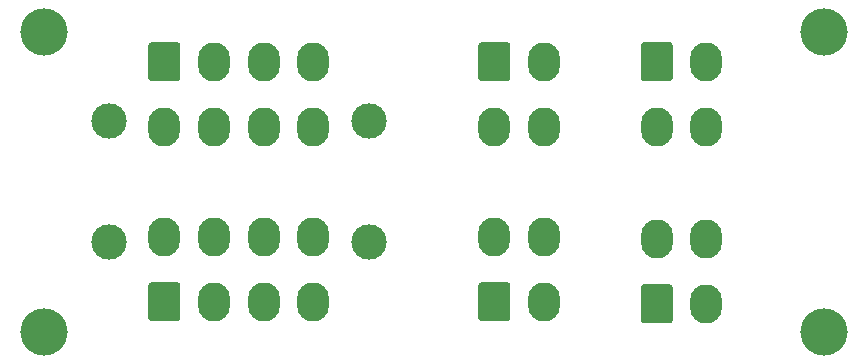
<source format=gbr>
%TF.GenerationSoftware,KiCad,Pcbnew,(5.1.9)-1*%
%TF.CreationDate,2021-11-13T17:29:38-07:00*%
%TF.ProjectId,ABSIS_Bulkhead_Connector,41425349-535f-4427-956c-6b686561645f,rev?*%
%TF.SameCoordinates,Original*%
%TF.FileFunction,Soldermask,Bot*%
%TF.FilePolarity,Negative*%
%FSLAX46Y46*%
G04 Gerber Fmt 4.6, Leading zero omitted, Abs format (unit mm)*
G04 Created by KiCad (PCBNEW (5.1.9)-1) date 2021-11-13 17:29:38*
%MOMM*%
%LPD*%
G01*
G04 APERTURE LIST*
%ADD10O,2.700000X3.300000*%
%ADD11C,3.000000*%
%ADD12C,4.000000*%
G04 APERTURE END LIST*
D10*
%TO.C,J6*%
X160200000Y-78500000D03*
X156000000Y-78500000D03*
X160200000Y-84000000D03*
G36*
G01*
X154650000Y-85399999D02*
X154650000Y-82600001D01*
G75*
G02*
X154900001Y-82350000I250001J0D01*
G01*
X157099999Y-82350000D01*
G75*
G02*
X157350000Y-82600001I0J-250001D01*
G01*
X157350000Y-85399999D01*
G75*
G02*
X157099999Y-85650000I-250001J0D01*
G01*
X154900001Y-85650000D01*
G75*
G02*
X154650000Y-85399999I0J250001D01*
G01*
G37*
%TD*%
%TO.C,J5*%
X160200000Y-69000000D03*
X156000000Y-69000000D03*
X160200000Y-63500000D03*
G36*
G01*
X154650000Y-64899999D02*
X154650000Y-62100001D01*
G75*
G02*
X154900001Y-61850000I250001J0D01*
G01*
X157099999Y-61850000D01*
G75*
G02*
X157350000Y-62100001I0J-250001D01*
G01*
X157350000Y-64899999D01*
G75*
G02*
X157099999Y-65150000I-250001J0D01*
G01*
X154900001Y-65150000D01*
G75*
G02*
X154650000Y-64899999I0J250001D01*
G01*
G37*
%TD*%
%TO.C,J4*%
X146440000Y-78320000D03*
X142240000Y-78320000D03*
X146440000Y-83820000D03*
G36*
G01*
X140890000Y-85219999D02*
X140890000Y-82420001D01*
G75*
G02*
X141140001Y-82170000I250001J0D01*
G01*
X143339999Y-82170000D01*
G75*
G02*
X143590000Y-82420001I0J-250001D01*
G01*
X143590000Y-85219999D01*
G75*
G02*
X143339999Y-85470000I-250001J0D01*
G01*
X141140001Y-85470000D01*
G75*
G02*
X140890000Y-85219999I0J250001D01*
G01*
G37*
%TD*%
D11*
%TO.C,J3*%
X131600000Y-78780000D03*
X109600000Y-78780000D03*
D10*
X126900000Y-78320000D03*
X122700000Y-78320000D03*
X118500000Y-78320000D03*
X114300000Y-78320000D03*
X126900000Y-83820000D03*
X122700000Y-83820000D03*
X118500000Y-83820000D03*
G36*
G01*
X112950000Y-85219999D02*
X112950000Y-82420001D01*
G75*
G02*
X113200001Y-82170000I250001J0D01*
G01*
X115399999Y-82170000D01*
G75*
G02*
X115650000Y-82420001I0J-250001D01*
G01*
X115650000Y-85219999D01*
G75*
G02*
X115399999Y-85470000I-250001J0D01*
G01*
X113200001Y-85470000D01*
G75*
G02*
X112950000Y-85219999I0J250001D01*
G01*
G37*
%TD*%
%TO.C,J2*%
X146440000Y-69000000D03*
X142240000Y-69000000D03*
X146440000Y-63500000D03*
G36*
G01*
X140890000Y-64899999D02*
X140890000Y-62100001D01*
G75*
G02*
X141140001Y-61850000I250001J0D01*
G01*
X143339999Y-61850000D01*
G75*
G02*
X143590000Y-62100001I0J-250001D01*
G01*
X143590000Y-64899999D01*
G75*
G02*
X143339999Y-65150000I-250001J0D01*
G01*
X141140001Y-65150000D01*
G75*
G02*
X140890000Y-64899999I0J250001D01*
G01*
G37*
%TD*%
D11*
%TO.C,J1*%
X131600000Y-68540000D03*
X109600000Y-68540000D03*
D10*
X126900000Y-69000000D03*
X122700000Y-69000000D03*
X118500000Y-69000000D03*
X114300000Y-69000000D03*
X126900000Y-63500000D03*
X122700000Y-63500000D03*
X118500000Y-63500000D03*
G36*
G01*
X112950000Y-64899999D02*
X112950000Y-62100001D01*
G75*
G02*
X113200001Y-61850000I250001J0D01*
G01*
X115399999Y-61850000D01*
G75*
G02*
X115650000Y-62100001I0J-250001D01*
G01*
X115650000Y-64899999D01*
G75*
G02*
X115399999Y-65150000I-250001J0D01*
G01*
X113200001Y-65150000D01*
G75*
G02*
X112950000Y-64899999I0J250001D01*
G01*
G37*
%TD*%
D12*
%TO.C,H4*%
X104140000Y-86360000D03*
%TD*%
%TO.C,H3*%
X170180000Y-86360000D03*
%TD*%
%TO.C,H2*%
X170180000Y-60960000D03*
%TD*%
%TO.C,H1*%
X104140000Y-60960000D03*
%TD*%
M02*

</source>
